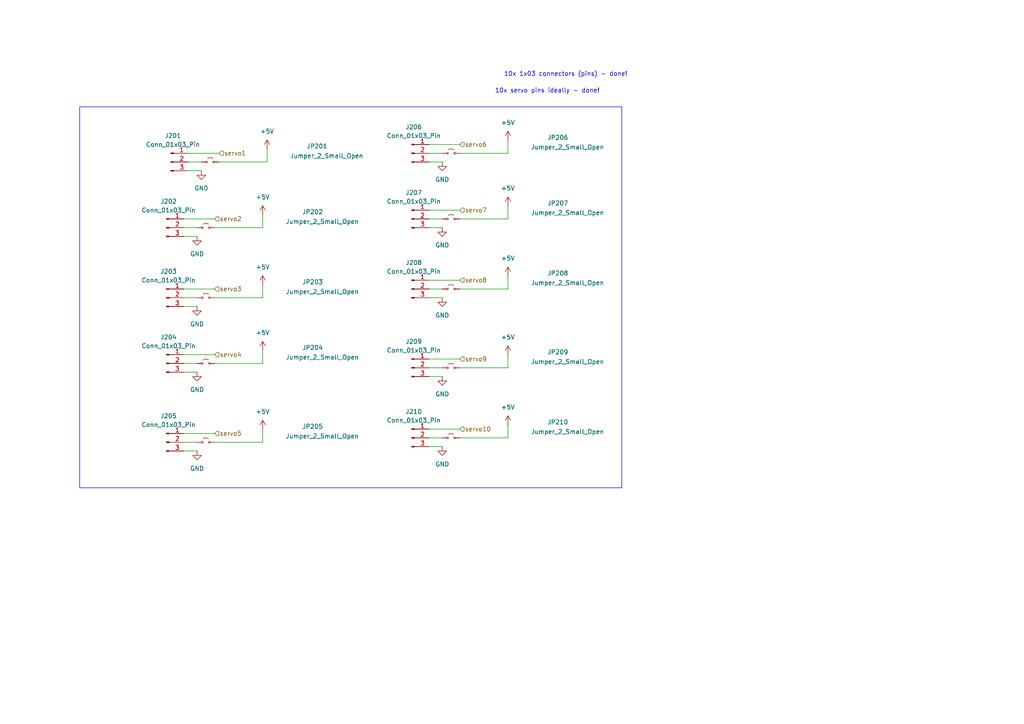
<source format=kicad_sch>
(kicad_sch (version 20250114) (generator "eeschema") (generator_version "9.0")
  (paper "A4")
  (lib_symbols
    (symbol "Connector:Conn_01x03_Pin" (pin_names (offset 1.016) (hide yes))
      (property "Reference" "J" (at 0 5.08 0))
      (property "Value" "Conn_01x03_Pin" (at 0 -5.08 0))
      (symbol "Conn_01x03_Pin_1_1"
        (rectangle (start 0.8636 2.667) (end 0 2.413) (stroke (width 0.1524)) (fill (type outline)))
        (rectangle (start 0.8636 0.127) (end 0 -0.127) (stroke (width 0.1524)) (fill (type outline)))
        (rectangle (start 0.8636 -2.413) (end 0 -2.667) (stroke (width 0.1524)) (fill (type outline)))
        (polyline (pts (xy 1.27 2.54) (xy 0.8636 2.54)) (stroke (width 0.1524)))
        (polyline (pts (xy 1.27 0) (xy 0.8636 0)) (stroke (width 0.1524)))
        (polyline (pts (xy 1.27 -2.54) (xy 0.8636 -2.54)) (stroke (width 0.1524)))
        (pin passive line (at 5.08 2.54 180) (length 3.81) (name "Pin_1") (number "1"))
        (pin passive line (at 5.08 0 180) (length 3.81) (name "Pin_2") (number "2"))
        (pin passive line (at 5.08 -2.54 180) (length 3.81) (name "Pin_3") (number "3"))
      )
    )
    (symbol "Jumper:Jumper_2_Small_Open" (pin_numbers (hide yes)) (pin_names (offset 0) (hide yes))
      (property "Reference" "JP" (at 0 2.794 0))
      (property "Value" "Jumper_2_Small_Open" (at 0 -2.286 0))
      (symbol "Jumper_2_Small_Open_0_0"
        (circle (center -1.016 0) (radius 0.254))
        (circle (center 1.016 0) (radius 0.254))
      )
      (symbol "Jumper_2_Small_Open_0_1"
        (arc (start -0.762 1.0196) (mid 0 1.2729) (end 0.762 1.0196))
      )
      (symbol "Jumper_2_Small_Open_1_1"
        (pin passive line (at -2.54 0 0) (length 1.27) (name "A") (number "1"))
        (pin passive line (at 2.54 0 180) (length 1.27) (name "B") (number "2"))
      )
    )
    (symbol "power:+5V" (power) (pin_numbers (hide yes)) (pin_names (offset 0) (hide yes))
      (property "Value" "+5V" (at 0 3.556 0))
      (symbol "+5V_0_1"
        (polyline (pts (xy -0.762 1.27) (xy 0 2.54)))
        (polyline (pts (xy 0 2.54) (xy 0.762 1.27)))
        (polyline (pts (xy 0 0) (xy 0 2.54)))
      )
      (symbol "+5V_1_1"
        (pin power_in line (at 0 0 90) (length 0) (name "~") (number "1"))
      )
    )
    (symbol "power:GND" (power) (pin_numbers (hide yes)) (pin_names (offset 0) (hide yes))
      (property "Value" "GND" (at 0 -3.81 0))
      (symbol "GND_0_1"
        (polyline (pts (xy 0 0) (xy 0 -1.27) (xy 1.27 -1.27) (xy 0 -2.54) (xy -1.27 -1.27) (xy 0 -1.27)))
      )
      (symbol "GND_1_1"
        (pin power_in line (at 0 0 270) (length 0) (name "~") (number "1"))
      )
    )
  )
  (rectangle (start 23.114 30.988) (end 180.34 141.478))
  (text "10x 1x03 connectors (pins) - done!" (at 164.084 21.59 0) (effects (font (size 1.27 1.27))))
  (text "10x servo pins ideally - done!" (at 158.75 26.416 0) (effects (font (size 1.27 1.27))))
  (wire (pts (xy 128.27 46.99) (xy 124.46 46.99)))
  (wire (pts (xy 147.32 80.01) (xy 147.32 83.82)))
  (wire (pts (xy 124.46 124.46) (xy 133.35 124.46)))
  (wire (pts (xy 147.32 59.69) (xy 147.32 63.5)))
  (wire (pts (xy 124.46 44.45) (xy 128.27 44.45)))
  (wire (pts (xy 76.2 66.04) (xy 62.23 66.04)))
  (wire (pts (xy 124.46 41.91) (xy 133.35 41.91)))
  (wire (pts (xy 53.34 86.36) (xy 57.15 86.36)))
  (wire (pts (xy 53.34 125.73) (xy 62.23 125.73)))
  (wire (pts (xy 76.2 86.36) (xy 62.23 86.36)))
  (wire (pts (xy 147.32 123.19) (xy 147.32 127)))
  (wire (pts (xy 133.35 44.45) (xy 147.32 44.45)))
  (wire (pts (xy 76.2 101.6) (xy 76.2 105.41)))
  (wire (pts (xy 128.27 109.22) (xy 124.46 109.22)))
  (wire (pts (xy 57.15 68.58) (xy 53.34 68.58)))
  (wire (pts (xy 53.34 128.27) (xy 57.15 128.27)))
  (wire (pts (xy 147.32 83.82) (xy 133.35 83.82)))
  (wire (pts (xy 124.46 104.14) (xy 133.35 104.14)))
  (wire (pts (xy 147.32 102.87) (xy 147.32 106.68)))
  (wire (pts (xy 53.34 102.87) (xy 62.23 102.87)))
  (wire (pts (xy 54.61 44.45) (xy 63.5 44.45)))
  (wire (pts (xy 53.34 83.82) (xy 62.23 83.82)))
  (wire (pts (xy 124.46 106.68) (xy 128.27 106.68)))
  (wire (pts (xy 124.46 127) (xy 128.27 127)))
  (wire (pts (xy 53.34 105.41) (xy 57.15 105.41)))
  (wire (pts (xy 77.47 43.18) (xy 77.47 46.99)))
  (wire (pts (xy 58.42 49.53) (xy 54.61 49.53)))
  (wire (pts (xy 76.2 82.55) (xy 76.2 86.36)))
  (wire (pts (xy 57.15 88.9) (xy 53.34 88.9)))
  (wire (pts (xy 147.32 63.5) (xy 133.35 63.5)))
  (wire (pts (xy 76.2 124.46) (xy 76.2 128.27)))
  (wire (pts (xy 76.2 128.27) (xy 62.23 128.27)))
  (wire (pts (xy 76.2 105.41) (xy 62.23 105.41)))
  (wire (pts (xy 57.15 130.81) (xy 53.34 130.81)))
  (wire (pts (xy 124.46 81.28) (xy 133.35 81.28)))
  (wire (pts (xy 53.34 66.04) (xy 57.15 66.04)))
  (wire (pts (xy 128.27 86.36) (xy 124.46 86.36)))
  (wire (pts (xy 76.2 62.23) (xy 76.2 66.04)))
  (wire (pts (xy 147.32 106.68) (xy 133.35 106.68)))
  (wire (pts (xy 57.15 107.95) (xy 53.34 107.95)))
  (wire (pts (xy 124.46 60.96) (xy 133.35 60.96)))
  (wire (pts (xy 77.47 46.99) (xy 63.5 46.99)))
  (wire (pts (xy 124.46 83.82) (xy 128.27 83.82)))
  (wire (pts (xy 124.46 63.5) (xy 128.27 63.5)))
  (wire (pts (xy 147.32 40.64) (xy 147.32 44.45)))
  (wire (pts (xy 128.27 66.04) (xy 124.46 66.04)))
  (wire (pts (xy 54.61 46.99) (xy 58.42 46.99)))
  (wire (pts (xy 53.34 63.5) (xy 62.23 63.5)))
  (wire (pts (xy 147.32 127) (xy 133.35 127)))
  (wire (pts (xy 128.27 129.54) (xy 124.46 129.54)))
  (hierarchical_label "servo9" (shape input) (at 133.35 104.14 0))
  (hierarchical_label "servo2" (shape input) (at 62.23 63.5 0))
  (hierarchical_label "servo5" (shape input) (at 62.23 125.73 0))
  (hierarchical_label "servo3" (shape input) (at 62.23 83.82 0))
  (hierarchical_label "servo6" (shape input) (at 133.35 41.91 0))
  (hierarchical_label "servo1" (shape input) (at 63.5 44.45 0))
  (hierarchical_label "servo7" (shape input) (at 133.35 60.96 0))
  (hierarchical_label "servo4" (shape input) (at 62.23 102.87 0))
  (hierarchical_label "servo8" (shape input) (at 133.35 81.28 0))
  (hierarchical_label "servo10" (shape input) (at 133.35 124.46 0))
  (symbol (lib_id "Jumper:Jumper_2_Small_Open") (at 130.81 127 0) (unit 1)
    (property "Reference" "JP210" (at 161.798 122.428 0))
    (property "Value" "Jumper_2_Small_Open" (at 164.592 125.222 0))
    (property "Footprint" "Jumper:SolderJumper-2_P1.3mm_Open_RoundedPad1.0x1.5mm" (effects (hide yes)))
    (property "Description" "Jumper, 2-pole, small symbol, open" (effects (hide yes)))
  )
  (symbol (lib_id "Jumper:Jumper_2_Small_Open") (at 130.81 83.82 0) (unit 1)
    (property "Reference" "JP208" (at 161.798 79.248 0))
    (property "Value" "Jumper_2_Small_Open" (at 164.592 82.042 0))
    (property "Footprint" "Jumper:SolderJumper-2_P1.3mm_Open_RoundedPad1.0x1.5mm" (effects (hide yes)))
    (property "Description" "Jumper, 2-pole, small symbol, open" (effects (hide yes)))
  )
  (symbol (lib_id "power:+5V") (at 76.2 124.46 0) (unit 1)
    (property "Reference" "#PWR0209" (effects (hide yes)))
    (property "Value" "+5V" (at 76.2 119.38 0))
    (property "Description" "Power symbol creates a global label with name \"+5V\"" (effects (hide yes)))
  )
  (symbol (lib_id "Jumper:Jumper_2_Small_Open") (at 130.81 106.68 0) (unit 1)
    (property "Reference" "JP209" (at 161.798 102.108 0))
    (property "Value" "Jumper_2_Small_Open" (at 164.592 104.902 0))
    (property "Footprint" "Jumper:SolderJumper-2_P1.3mm_Open_RoundedPad1.0x1.5mm" (effects (hide yes)))
    (property "Description" "Jumper, 2-pole, small symbol, open" (effects (hide yes)))
  )
  (symbol (lib_id "Connector:Conn_01x03_Pin") (at 48.26 86.36 0) (unit 1)
    (property "Reference" "J203" (at 48.895 78.74 0))
    (property "Value" "Conn_01x03_Pin" (at 48.895 81.28 0))
    (property "Footprint" "Connector_PinHeader_2.54mm:PinHeader_1x03_P2.54mm_Vertical" (effects (hide yes)))
    (property "Description" "Generic connector, single row, 01x03, script generated" (effects (hide yes)))
  )
  (symbol (lib_id "Jumper:Jumper_2_Small_Open") (at 59.69 86.36 0) (unit 1)
    (property "Reference" "JP203" (at 90.678 81.788 0))
    (property "Value" "Jumper_2_Small_Open" (at 93.472 84.582 0))
    (property "Footprint" "Jumper:SolderJumper-2_P1.3mm_Open_RoundedPad1.0x1.5mm" (effects (hide yes)))
    (property "Description" "Jumper, 2-pole, small symbol, open" (effects (hide yes)))
  )
  (symbol (lib_id "Connector:Conn_01x03_Pin") (at 48.26 66.04 0) (unit 1)
    (property "Reference" "J202" (at 48.895 58.42 0))
    (property "Value" "Conn_01x03_Pin" (at 48.895 60.96 0))
    (property "Footprint" "Connector_PinHeader_2.54mm:PinHeader_1x03_P2.54mm_Vertical" (effects (hide yes)))
    (property "Description" "Generic connector, single row, 01x03, script generated" (effects (hide yes)))
  )
  (symbol (lib_id "power:+5V") (at 147.32 59.69 0) (unit 1)
    (property "Reference" "#PWR0217" (effects (hide yes)))
    (property "Value" "+5V" (at 147.32 54.61 0))
    (property "Description" "Power symbol creates a global label with name \"+5V\"" (effects (hide yes)))
  )
  (symbol (lib_id "power:+5V") (at 147.32 102.87 0) (unit 1)
    (property "Reference" "#PWR0219" (effects (hide yes)))
    (property "Value" "+5V" (at 147.32 97.79 0))
    (property "Description" "Power symbol creates a global label with name \"+5V\"" (effects (hide yes)))
  )
  (symbol (lib_id "power:GND") (at 57.15 68.58 0) (unit 1)
    (property "Reference" "#PWR0201" (effects (hide yes)))
    (property "Value" "GND" (at 57.15 73.66 0))
    (property "Description" "Power symbol creates a global label with name \"GND\" , ground" (effects (hide yes)))
  )
  (symbol (lib_id "Jumper:Jumper_2_Small_Open") (at 130.81 44.45 0) (unit 1)
    (property "Reference" "JP206" (at 161.798 39.878 0))
    (property "Value" "Jumper_2_Small_Open" (at 164.592 42.672 0))
    (property "Footprint" "Jumper:SolderJumper-2_P1.3mm_Open_RoundedPad1.0x1.5mm" (effects (hide yes)))
    (property "Description" "Jumper, 2-pole, small symbol, open" (effects (hide yes)))
  )
  (symbol (lib_id "power:+5V") (at 76.2 101.6 0) (unit 1)
    (property "Reference" "#PWR0208" (effects (hide yes)))
    (property "Value" "+5V" (at 76.2 96.52 0))
    (property "Description" "Power symbol creates a global label with name \"+5V\"" (effects (hide yes)))
  )
  (symbol (lib_id "Jumper:Jumper_2_Small_Open") (at 130.81 63.5 0) (unit 1)
    (property "Reference" "JP207" (at 161.798 58.928 0))
    (property "Value" "Jumper_2_Small_Open" (at 164.592 61.722 0))
    (property "Footprint" "Jumper:SolderJumper-2_P1.3mm_Open_RoundedPad1.0x1.5mm" (effects (hide yes)))
    (property "Description" "Jumper, 2-pole, small symbol, open" (effects (hide yes)))
  )
  (symbol (lib_id "Connector:Conn_01x03_Pin") (at 48.26 105.41 0) (unit 1)
    (property "Reference" "J204" (at 48.895 97.79 0))
    (property "Value" "Conn_01x03_Pin" (at 48.895 100.33 0))
    (property "Footprint" "Connector_PinHeader_2.54mm:PinHeader_1x03_P2.54mm_Vertical" (effects (hide yes)))
    (property "Description" "Generic connector, single row, 01x03, script generated" (effects (hide yes)))
  )
  (symbol (lib_id "power:GND") (at 58.42 49.53 0) (unit 1)
    (property "Reference" "#PWR0205" (effects (hide yes)))
    (property "Value" "GND" (at 58.42 54.61 0))
    (property "Description" "Power symbol creates a global label with name \"GND\" , ground" (effects (hide yes)))
  )
  (symbol (lib_id "power:+5V") (at 76.2 82.55 0) (unit 1)
    (property "Reference" "#PWR0207" (effects (hide yes)))
    (property "Value" "+5V" (at 76.2 77.47 0))
    (property "Description" "Power symbol creates a global label with name \"+5V\"" (effects (hide yes)))
  )
  (symbol (lib_id "power:GND") (at 57.15 88.9 0) (unit 1)
    (property "Reference" "#PWR0202" (effects (hide yes)))
    (property "Value" "GND" (at 57.15 93.98 0))
    (property "Description" "Power symbol creates a global label with name \"GND\" , ground" (effects (hide yes)))
  )
  (symbol (lib_id "Connector:Conn_01x03_Pin") (at 49.53 46.99 0) (unit 1)
    (property "Reference" "J201" (at 50.165 39.37 0))
    (property "Value" "Conn_01x03_Pin" (at 50.165 41.91 0))
    (property "Footprint" "Connector_PinHeader_2.54mm:PinHeader_1x03_P2.54mm_Vertical" (effects (hide yes)))
    (property "Description" "Generic connector, single row, 01x03, script generated" (effects (hide yes)))
  )
  (symbol (lib_id "power:+5V") (at 147.32 123.19 0) (unit 1)
    (property "Reference" "#PWR0220" (effects (hide yes)))
    (property "Value" "+5V" (at 147.32 118.11 0))
    (property "Description" "Power symbol creates a global label with name \"+5V\"" (effects (hide yes)))
  )
  (symbol (lib_id "Connector:Conn_01x03_Pin") (at 48.26 128.27 0) (unit 1)
    (property "Reference" "J205" (at 48.895 120.65 0))
    (property "Value" "Conn_01x03_Pin" (at 48.895 123.19 0))
    (property "Footprint" "Connector_PinHeader_2.54mm:PinHeader_1x03_P2.54mm_Vertical" (effects (hide yes)))
    (property "Description" "Generic connector, single row, 01x03, script generated" (effects (hide yes)))
  )
  (symbol (lib_id "power:+5V") (at 147.32 40.64 0) (unit 1)
    (property "Reference" "#PWR0216" (effects (hide yes)))
    (property "Value" "+5V" (at 147.32 35.56 0))
    (property "Description" "Power symbol creates a global label with name \"+5V\"" (effects (hide yes)))
  )
  (symbol (lib_id "power:+5V") (at 76.2 62.23 0) (unit 1)
    (property "Reference" "#PWR0206" (effects (hide yes)))
    (property "Value" "+5V" (at 76.2 57.15 0))
    (property "Description" "Power symbol creates a global label with name \"+5V\"" (effects (hide yes)))
  )
  (symbol (lib_id "power:GND") (at 128.27 129.54 0) (unit 1)
    (property "Reference" "#PWR0215" (effects (hide yes)))
    (property "Value" "GND" (at 128.27 134.62 0))
    (property "Description" "Power symbol creates a global label with name \"GND\" , ground" (effects (hide yes)))
  )
  (symbol (lib_id "Connector:Conn_01x03_Pin") (at 119.38 44.45 0) (unit 1)
    (property "Reference" "J206" (at 120.015 36.83 0))
    (property "Value" "Conn_01x03_Pin" (at 120.015 39.37 0))
    (property "Footprint" "Connector_PinHeader_2.54mm:PinHeader_1x03_P2.54mm_Vertical" (effects (hide yes)))
    (property "Description" "Generic connector, single row, 01x03, script generated" (effects (hide yes)))
  )
  (symbol (lib_id "Jumper:Jumper_2_Small_Open") (at 59.69 105.41 0) (unit 1)
    (property "Reference" "JP204" (at 90.678 100.838 0))
    (property "Value" "Jumper_2_Small_Open" (at 93.472 103.632 0))
    (property "Footprint" "Jumper:SolderJumper-2_P1.3mm_Open_RoundedPad1.0x1.5mm" (effects (hide yes)))
    (property "Description" "Jumper, 2-pole, small symbol, open" (effects (hide yes)))
  )
  (symbol (lib_id "Jumper:Jumper_2_Small_Open") (at 60.96 46.99 0) (unit 1)
    (property "Reference" "JP201" (at 91.948 42.418 0))
    (property "Value" "Jumper_2_Small_Open" (at 94.742 45.212 0))
    (property "Footprint" "Jumper:SolderJumper-2_P1.3mm_Open_RoundedPad1.0x1.5mm" (effects (hide yes)))
    (property "Description" "Jumper, 2-pole, small symbol, open" (effects (hide yes)))
  )
  (symbol (lib_id "power:+5V") (at 147.32 80.01 0) (unit 1)
    (property "Reference" "#PWR0218" (effects (hide yes)))
    (property "Value" "+5V" (at 147.32 74.93 0))
    (property "Description" "Power symbol creates a global label with name \"+5V\"" (effects (hide yes)))
  )
  (symbol (lib_id "power:GND") (at 57.15 107.95 0) (unit 1)
    (property "Reference" "#PWR0203" (effects (hide yes)))
    (property "Value" "GND" (at 57.15 113.03 0))
    (property "Description" "Power symbol creates a global label with name \"GND\" , ground" (effects (hide yes)))
  )
  (symbol (lib_id "Jumper:Jumper_2_Small_Open") (at 59.69 128.27 0) (unit 1)
    (property "Reference" "JP205" (at 90.678 123.698 0))
    (property "Value" "Jumper_2_Small_Open" (at 93.472 126.492 0))
    (property "Footprint" "Jumper:SolderJumper-2_P1.3mm_Open_RoundedPad1.0x1.5mm" (effects (hide yes)))
    (property "Description" "Jumper, 2-pole, small symbol, open" (effects (hide yes)))
  )
  (symbol (lib_id "power:GND") (at 57.15 130.81 0) (unit 1)
    (property "Reference" "#PWR0204" (effects (hide yes)))
    (property "Value" "GND" (at 57.15 135.89 0))
    (property "Description" "Power symbol creates a global label with name \"GND\" , ground" (effects (hide yes)))
  )
  (symbol (lib_id "Connector:Conn_01x03_Pin") (at 119.38 63.5 0) (unit 1)
    (property "Reference" "J207" (at 120.015 55.88 0))
    (property "Value" "Conn_01x03_Pin" (at 120.015 58.42 0))
    (property "Footprint" "Connector_PinHeader_2.54mm:PinHeader_1x03_P2.54mm_Vertical" (effects (hide yes)))
    (property "Description" "Generic connector, single row, 01x03, script generated" (effects (hide yes)))
  )
  (symbol (lib_id "power:GND") (at 128.27 66.04 0) (unit 1)
    (property "Reference" "#PWR0212" (effects (hide yes)))
    (property "Value" "GND" (at 128.27 71.12 0))
    (property "Description" "Power symbol creates a global label with name \"GND\" , ground" (effects (hide yes)))
  )
  (symbol (lib_id "power:GND") (at 128.27 86.36 0) (unit 1)
    (property "Reference" "#PWR0213" (effects (hide yes)))
    (property "Value" "GND" (at 128.27 91.44 0))
    (property "Description" "Power symbol creates a global label with name \"GND\" , ground" (effects (hide yes)))
  )
  (symbol (lib_id "Connector:Conn_01x03_Pin") (at 119.38 106.68 0) (unit 1)
    (property "Reference" "J209" (at 120.015 99.06 0))
    (property "Value" "Conn_01x03_Pin" (at 120.015 101.6 0))
    (property "Footprint" "Connector_PinHeader_2.54mm:PinHeader_1x03_P2.54mm_Vertical" (effects (hide yes)))
    (property "Description" "Generic connector, single row, 01x03, script generated" (effects (hide yes)))
  )
  (symbol (lib_id "power:GND") (at 128.27 109.22 0) (unit 1)
    (property "Reference" "#PWR0214" (effects (hide yes)))
    (property "Value" "GND" (at 128.27 114.3 0))
    (property "Description" "Power symbol creates a global label with name \"GND\" , ground" (effects (hide yes)))
  )
  (symbol (lib_id "Connector:Conn_01x03_Pin") (at 119.38 83.82 0) (unit 1)
    (property "Reference" "J208" (at 120.015 76.2 0))
    (property "Value" "Conn_01x03_Pin" (at 120.015 78.74 0))
    (property "Footprint" "Connector_PinHeader_2.54mm:PinHeader_1x03_P2.54mm_Vertical" (effects (hide yes)))
    (property "Description" "Generic connector, single row, 01x03, script generated" (effects (hide yes)))
  )
  (symbol (lib_id "power:GND") (at 128.27 46.99 0) (unit 1)
    (property "Reference" "#PWR0211" (effects (hide yes)))
    (property "Value" "GND" (at 128.27 52.07 0))
    (property "Description" "Power symbol creates a global label with name \"GND\" , ground" (effects (hide yes)))
  )
  (symbol (lib_id "power:+5V") (at 77.47 43.18 0) (unit 1)
    (property "Reference" "#PWR0210" (effects (hide yes)))
    (property "Value" "+5V" (at 77.47 38.1 0))
    (property "Description" "Power symbol creates a global label with name \"+5V\"" (effects (hide yes)))
  )
  (symbol (lib_id "Jumper:Jumper_2_Small_Open") (at 59.69 66.04 0) (unit 1)
    (property "Reference" "JP202" (at 90.678 61.468 0))
    (property "Value" "Jumper_2_Small_Open" (at 93.472 64.262 0))
    (property "Footprint" "Jumper:SolderJumper-2_P1.3mm_Open_RoundedPad1.0x1.5mm" (effects (hide yes)))
    (property "Description" "Jumper, 2-pole, small symbol, open" (effects (hide yes)))
  )
  (symbol (lib_id "Connector:Conn_01x03_Pin") (at 119.38 127 0) (unit 1)
    (property "Reference" "J210" (at 120.015 119.38 0))
    (property "Value" "Conn_01x03_Pin" (at 120.015 121.92 0))
    (property "Footprint" "Connector_PinHeader_2.54mm:PinHeader_1x03_P2.54mm_Vertical" (effects (hide yes)))
    (property "Description" "Generic connector, single row, 01x03, script generated" (effects (hide yes)))
  )
)
</source>
